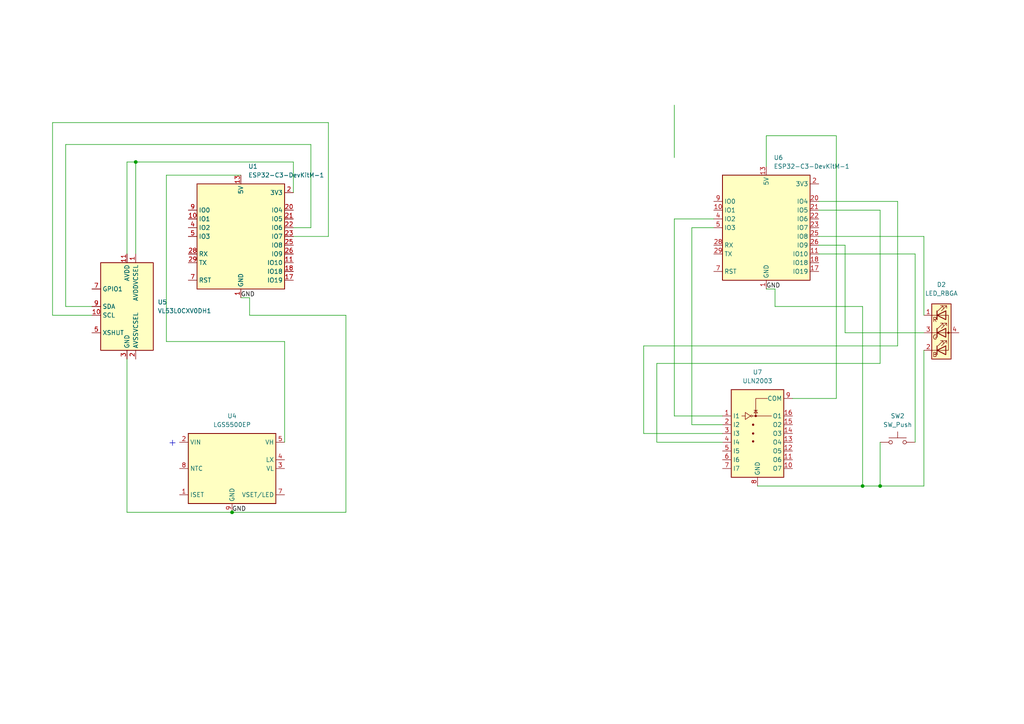
<source format=kicad_sch>
(kicad_sch (version 20250114) (generator "eeschema") (generator_version "9.0")
  (paper "A4")
  (lib_symbols
    (symbol "Battery_Management:LGS5500EP"
      (property "Reference" "U" (at -11.684 11.176 0))
      (property "Value" "LGS5500EP" (at 8.382 11.176 0))
      (symbol "LGS5500EP_1_1"
        (rectangle (start -12.7 10.16) (end 12.7 -10.16) (stroke (width 0.254)) (fill (type background)))
        (pin power_in line (at -15.24 7.62 0) (length 2.54) (name "VIN") (number "2"))
        (pin input line (at -15.24 0 0) (length 2.54) (name "NTC") (number "8"))
        (pin passive line (at -15.24 -7.62 0) (length 2.54) (name "ISET") (number "1"))
        (pin no_connect line (at -12.7 -2.54 0) (length 2.54) (hide yes) (name "NC") (number "6"))
        (pin power_in line (at 0 -12.7 90) (length 2.54) (name "GND") (number "9"))
        (pin power_out line (at 15.24 7.62 180) (length 2.54) (name "VH") (number "5"))
        (pin input line (at 15.24 2.54 180) (length 2.54) (name "LX") (number "4"))
        (pin input line (at 15.24 0 180) (length 2.54) (name "VL") (number "3"))
        (pin output line (at 15.24 -7.62 180) (length 2.54) (name "VSET/LED") (number "7"))
      )
    )
    (symbol "Device:LED_RBGA" (pin_names (offset 0) (hide yes))
      (property "Reference" "D" (at 0 9.398 0))
      (property "Value" "LED_RBGA" (at 0 -8.89 0))
      (symbol "LED_RBGA_0_0"
        (text "R" (at -1.905 3.81 0) (effects (font (size 1.27 1.27))))
        (text "G" (at -1.905 -1.27 0) (effects (font (size 1.27 1.27))))
        (text "B" (at -1.905 -6.35 0) (effects (font (size 1.27 1.27))))
      )
      (symbol "LED_RBGA_0_1"
        (polyline (pts (xy -1.27 6.35) (xy -1.27 3.81)) (stroke (width 0.254)))
        (polyline (pts (xy -1.27 6.35) (xy -1.27 3.81) (xy -1.27 3.81)))
        (polyline (pts (xy -1.27 5.08) (xy -2.54 5.08)))
        (polyline (pts (xy -1.27 5.08) (xy 1.27 5.08)))
        (polyline (pts (xy -1.27 1.27) (xy -1.27 -1.27)) (stroke (width 0.254)))
        (polyline (pts (xy -1.27 1.27) (xy -1.27 -1.27) (xy -1.27 -1.27)))
        (polyline (pts (xy -1.27 0) (xy -2.54 0)))
        (polyline (pts (xy -1.27 -3.81) (xy -1.27 -6.35)) (stroke (width 0.254)))
        (polyline (pts (xy -1.27 -5.08) (xy -2.54 -5.08)))
        (polyline (pts (xy -1.27 -5.08) (xy 1.27 -5.08)))
        (polyline (pts (xy -1.016 6.35) (xy 0.508 7.874) (xy -0.254 7.874) (xy 0.508 7.874) (xy 0.508 7.112)))
        (polyline (pts (xy -1.016 1.27) (xy 0.508 2.794) (xy -0.254 2.794) (xy 0.508 2.794) (xy 0.508 2.032)))
        (polyline (pts (xy -1.016 -3.81) (xy 0.508 -2.286) (xy -0.254 -2.286) (xy 0.508 -2.286) (xy 0.508 -3.048)))
        (polyline (pts (xy 0 6.35) (xy 1.524 7.874) (xy 0.762 7.874) (xy 1.524 7.874) (xy 1.524 7.112)))
        (polyline (pts (xy 0 1.27) (xy 1.524 2.794) (xy 0.762 2.794) (xy 1.524 2.794) (xy 1.524 2.032)))
        (polyline (pts (xy 0 -3.81) (xy 1.524 -2.286) (xy 0.762 -2.286) (xy 1.524 -2.286) (xy 1.524 -3.048)))
        (polyline (pts (xy 1.27 6.35) (xy 1.27 3.81) (xy -1.27 5.08) (xy 1.27 6.35)) (stroke (width 0.254)))
        (rectangle (start 1.27 6.35) (end 1.27 6.35))
        (rectangle (start 1.27 3.81) (end 1.27 6.35))
        (polyline (pts (xy 1.27 1.27) (xy 1.27 -1.27) (xy -1.27 0) (xy 1.27 1.27)) (stroke (width 0.254)))
        (rectangle (start 1.27 1.27) (end 1.27 1.27))
        (polyline (pts (xy 1.27 0) (xy -1.27 0)))
        (polyline (pts (xy 1.27 0) (xy 2.54 0)))
        (rectangle (start 1.27 -1.27) (end 1.27 1.27))
        (polyline (pts (xy 1.27 -3.81) (xy 1.27 -6.35) (xy -1.27 -5.08) (xy 1.27 -3.81)) (stroke (width 0.254)))
        (polyline (pts (xy 1.27 -5.08) (xy 2.032 -5.08) (xy 2.032 5.08) (xy 1.27 5.08)))
        (circle (center 2.032 0) (radius 0.254) (fill (type outline)))
        (rectangle (start 2.794 8.382) (end -2.794 -7.62) (stroke (width 0.254)) (fill (type background)))
      )
      (symbol "LED_RBGA_1_1"
        (pin passive line (at -5.08 5.08 0) (length 2.54) (name "RK") (number "1"))
        (pin passive line (at -5.08 0 0) (length 2.54) (name "GK") (number "3"))
        (pin passive line (at -5.08 -5.08 0) (length 2.54) (name "BK") (number "2"))
        (pin passive line (at 5.08 0 180) (length 2.54) (name "A") (number "4"))
      )
    )
    (symbol "RF_Module:ESP32-C3-DevKitM-1"
      (property "Reference" "U" (at 7.62 16.51 0))
      (property "Value" "ESP32-C3-DevKitM-1" (at 11.684 -16.764 0))
      (symbol "ESP32-C3-DevKitM-1_1_1"
        (rectangle (start -12.7 15.24) (end 12.7 -15.24) (stroke (width 0.254)) (fill (type background)))
        (pin bidirectional line (at -15.24 7.62 0) (length 2.54) (name "IO0") (number "9"))
        (pin bidirectional line (at -15.24 5.08 0) (length 2.54) (name "IO1") (number "10"))
        (pin bidirectional line (at -15.24 2.54 0) (length 2.54) (name "IO2") (number "4"))
        (pin bidirectional line (at -15.24 0 0) (length 2.54) (name "IO3") (number "5"))
        (pin input line (at -15.24 -5.08 0) (length 2.54) (name "RX") (number "28"))
        (pin output line (at -15.24 -7.62 0) (length 2.54) (name "TX") (number "29"))
        (pin input line (at -15.24 -12.7 0) (length 2.54) (name "RST") (number "7"))
        (pin passive line (at 0 17.78 270) (length 2.54) (name "5V") (number "13"))
        (pin passive line (at 0 17.78 270) (length 2.54) (hide yes) (name "5V") (number "14"))
        (pin power_in line (at 0 -17.78 90) (length 2.54) (name "GND") (number "1"))
        (pin passive line (at 0 -17.78 90) (length 2.54) (hide yes) (name "GND") (number "12"))
        (pin passive line (at 0 -17.78 90) (length 2.54) (hide yes) (name "GND") (number "15"))
        (pin passive line (at 0 -17.78 90) (length 2.54) (hide yes) (name "GND") (number "16"))
        (pin passive line (at 0 -17.78 90) (length 2.54) (hide yes) (name "GND") (number "19"))
        (pin passive line (at 0 -17.78 90) (length 2.54) (hide yes) (name "GND") (number "24"))
        (pin passive line (at 0 -17.78 90) (length 2.54) (hide yes) (name "GND") (number "27"))
        (pin passive line (at 0 -17.78 90) (length 2.54) (hide yes) (name "GND") (number "30"))
        (pin passive line (at 0 -17.78 90) (length 2.54) (hide yes) (name "GND") (number "6"))
        (pin passive line (at 0 -17.78 90) (length 2.54) (hide yes) (name "GND") (number "8"))
        (pin power_out line (at 15.24 12.7 180) (length 2.54) (name "3V3") (number "2"))
        (pin passive line (at 15.24 12.7 180) (length 2.54) (hide yes) (name "3V3") (number "3"))
        (pin bidirectional line (at 15.24 7.62 180) (length 2.54) (name "IO4") (number "20"))
        (pin bidirectional line (at 15.24 5.08 180) (length 2.54) (name "IO5") (number "21"))
        (pin bidirectional line (at 15.24 2.54 180) (length 2.54) (name "IO6") (number "22"))
        (pin bidirectional line (at 15.24 0 180) (length 2.54) (name "IO7") (number "23"))
        (pin bidirectional line (at 15.24 -2.54 180) (length 2.54) (name "IO8") (number "25"))
        (pin bidirectional line (at 15.24 -5.08 180) (length 2.54) (name "IO9") (number "26"))
        (pin bidirectional line (at 15.24 -7.62 180) (length 2.54) (name "IO10") (number "11"))
        (pin bidirectional line (at 15.24 -10.16 180) (length 2.54) (name "IO18") (number "18"))
        (pin bidirectional line (at 15.24 -12.7 180) (length 2.54) (name "IO19") (number "17"))
      )
    )
    (symbol "Sensor_Distance:VL53L0CXV0DH1"
      (property "Reference" "U" (at -6.35 13.97 0))
      (property "Value" "VL53L0CXV0DH1" (at 12.065 13.97 0))
      (symbol "VL53L0CXV0DH1_0_1"
        (rectangle (start -7.62 12.7) (end 7.62 -12.7) (stroke (width 0.254)) (fill (type background)))
      )
      (symbol "VL53L0CXV0DH1_1_1"
        (pin open_collector line (at -10.16 5.08 0) (length 2.54) (name "GPIO1") (number "7"))
        (pin bidirectional line (at -10.16 0 0) (length 2.54) (name "SDA") (number "9"))
        (pin input line (at -10.16 -2.54 0) (length 2.54) (name "SCL") (number "10"))
        (pin input line (at -10.16 -7.62 0) (length 2.54) (name "XSHUT") (number "5"))
        (pin no_connect line (at -7.62 7.62 0) (length 2.54) (hide yes) (name "DNC") (number "8"))
        (pin power_in line (at 0 15.24 270) (length 2.54) (name "AVDD") (number "11"))
        (pin passive line (at 0 -15.24 90) (length 2.54) (hide yes) (name "GND") (number "12"))
        (pin power_in line (at 0 -15.24 90) (length 2.54) (name "GND") (number "3"))
        (pin passive line (at 0 -15.24 90) (length 2.54) (hide yes) (name "GND") (number "4"))
        (pin passive line (at 0 -15.24 90) (length 2.54) (hide yes) (name "GND") (number "6"))
        (pin power_in line (at 2.54 15.24 270) (length 2.54) (name "AVDDVCSEL") (number "1"))
        (pin power_in line (at 2.54 -15.24 90) (length 2.54) (name "AVSSVCSEL") (number "2"))
      )
    )
    (symbol "Switch:SW_Push" (pin_numbers (hide yes)) (pin_names (offset 1.016) (hide yes))
      (property "Reference" "SW" (at 1.27 2.54 0))
      (property "Value" "SW_Push" (at 0 -1.524 0))
      (symbol "SW_Push_0_1"
        (circle (center -2.032 0) (radius 0.508))
        (polyline (pts (xy 0 1.27) (xy 0 3.048)))
        (circle (center 2.032 0) (radius 0.508))
        (polyline (pts (xy 2.54 1.27) (xy -2.54 1.27)))
        (pin passive line (at -5.08 0 0) (length 2.54) (name "1") (number "1"))
        (pin passive line (at 5.08 0 180) (length 2.54) (name "2") (number "2"))
      )
    )
    (symbol "Transistor_Array:ULN2003"
      (property "Reference" "U" (at 0 15.875 0))
      (property "Value" "ULN2003" (at 0 13.97 0))
      (symbol "ULN2003_0_1"
        (rectangle (start -7.62 -12.7) (end 7.62 12.7) (stroke (width 0.254)) (fill (type background)))
        (polyline (pts (xy -4.572 5.08) (xy -3.556 5.08)))
        (polyline (pts (xy -3.556 6.096) (xy -3.556 4.064) (xy -2.032 5.08) (xy -3.556 6.096)))
        (circle (center -1.778 5.08) (radius 0.254))
        (polyline (pts (xy -1.524 5.08) (xy 4.064 5.08)))
        (circle (center -1.27 2.54) (radius 0.254) (fill (type outline)))
        (circle (center -1.27 0) (radius 0.254) (fill (type outline)))
        (circle (center -1.27 -2.286) (radius 0.254) (fill (type outline)))
        (circle (center -0.508 5.08) (radius 0.254) (fill (type outline)))
        (polyline (pts (xy -0.508 5.08) (xy -0.508 10.16) (xy 2.921 10.16)))
        (polyline (pts (xy 0 6.731) (xy -1.016 6.731)))
        (polyline (pts (xy 0 5.969) (xy -1.016 5.969) (xy -0.508 6.731) (xy 0 5.969)))
      )
      (symbol "ULN2003_1_1"
        (pin input line (at -10.16 5.08 0) (length 2.54) (name "I1") (number "1"))
        (pin input line (at -10.16 2.54 0) (length 2.54) (name "I2") (number "2"))
        (pin input line (at -10.16 0 0) (length 2.54) (name "I3") (number "3"))
        (pin input line (at -10.16 -2.54 0) (length 2.54) (name "I4") (number "4"))
        (pin input line (at -10.16 -5.08 0) (length 2.54) (name "I5") (number "5"))
        (pin input line (at -10.16 -7.62 0) (length 2.54) (name "I6") (number "6"))
        (pin input line (at -10.16 -10.16 0) (length 2.54) (name "I7") (number "7"))
        (pin power_in line (at 0 -15.24 90) (length 2.54) (name "GND") (number "8"))
        (pin passive line (at 10.16 10.16 180) (length 2.54) (name "COM") (number "9"))
        (pin open_collector line (at 10.16 5.08 180) (length 2.54) (name "O1") (number "16"))
        (pin open_collector line (at 10.16 2.54 180) (length 2.54) (name "O2") (number "15"))
        (pin open_collector line (at 10.16 0 180) (length 2.54) (name "O3") (number "14"))
        (pin open_collector line (at 10.16 -2.54 180) (length 2.54) (name "O4") (number "13"))
        (pin open_collector line (at 10.16 -5.08 180) (length 2.54) (name "O5") (number "12"))
        (pin open_collector line (at 10.16 -7.62 180) (length 2.54) (name "O6") (number "11"))
        (pin open_collector line (at 10.16 -10.16 180) (length 2.54) (name "O7") (number "10"))
      )
    )
  )
  (text "+" (at 50.038 128.524 0) (effects (font (size 2.032 2.032))))
  (junction (at 39.37 46.99))
  (junction (at 250.19 140.97))
  (junction (at 255.27 140.97))
  (junction (at 67.31 148.59))
  (wire (pts (xy 209.55 120.65) (xy 195.58 120.65)))
  (wire (pts (xy 36.83 46.99) (xy 39.37 46.99)))
  (wire (pts (xy 255.27 140.97) (xy 250.19 140.97)))
  (wire (pts (xy 195.58 45.72) (xy 195.58 30.48)))
  (wire (pts (xy 39.37 46.99) (xy 85.09 46.99)))
  (wire (pts (xy 19.05 41.91) (xy 19.05 88.9)))
  (wire (pts (xy 90.17 66.04) (xy 90.17 41.91)))
  (wire (pts (xy 265.43 73.66) (xy 237.49 73.66)))
  (wire (pts (xy 255.27 128.27) (xy 255.27 140.97)))
  (wire (pts (xy 260.35 100.33) (xy 260.35 58.42)))
  (wire (pts (xy 90.17 41.91) (xy 19.05 41.91)))
  (wire (pts (xy 190.5 105.41) (xy 255.27 105.41)))
  (wire (pts (xy 186.69 125.73) (xy 186.69 100.33)))
  (wire (pts (xy 72.39 91.44) (xy 100.33 91.44)))
  (wire (pts (xy 48.26 99.06) (xy 48.26 50.8)))
  (wire (pts (xy 267.97 101.6) (xy 267.97 140.97)))
  (wire (pts (xy 190.5 128.27) (xy 190.5 105.41)))
  (wire (pts (xy 36.83 73.66) (xy 36.83 46.99)))
  (wire (pts (xy 245.11 71.12) (xy 237.49 71.12)))
  (wire (pts (xy 250.19 140.97) (xy 250.19 88.9)))
  (wire (pts (xy 15.24 35.56) (xy 95.25 35.56)))
  (wire (pts (xy 267.97 140.97) (xy 255.27 140.97)))
  (wire (pts (xy 224.79 88.9) (xy 250.19 88.9)))
  (wire (pts (xy 19.05 88.9) (xy 26.67 88.9)))
  (wire (pts (xy 209.55 123.19) (xy 200.66 123.19)))
  (wire (pts (xy 267.97 68.58) (xy 237.49 68.58)))
  (wire (pts (xy 26.67 91.44) (xy 15.24 91.44)))
  (wire (pts (xy 265.43 128.27) (xy 265.43 73.66)))
  (wire (pts (xy 195.58 63.5) (xy 207.01 63.5)))
  (wire (pts (xy 195.58 63.5) (xy 195.58 120.65)))
  (wire (pts (xy 224.79 88.9) (xy 224.79 83.82)))
  (wire (pts (xy 209.55 125.73) (xy 186.69 125.73)))
  (wire (pts (xy 222.25 39.37) (xy 222.25 48.26)))
  (wire (pts (xy 224.79 83.82) (xy 222.25 83.82)))
  (wire (pts (xy 245.11 96.52) (xy 245.11 71.12)))
  (wire (pts (xy 48.26 50.8) (xy 69.85 50.8)))
  (wire (pts (xy 72.39 91.44) (xy 72.39 86.36)))
  (wire (pts (xy 85.09 66.04) (xy 90.17 66.04)))
  (wire (pts (xy 82.55 128.27) (xy 82.55 99.06)))
  (wire (pts (xy 36.83 148.59) (xy 67.31 148.59)))
  (wire (pts (xy 95.25 35.56) (xy 95.25 68.58)))
  (wire (pts (xy 82.55 99.06) (xy 48.26 99.06)))
  (wire (pts (xy 39.37 46.99) (xy 39.37 73.66)))
  (wire (pts (xy 36.83 104.14) (xy 36.83 148.59)))
  (wire (pts (xy 100.33 148.59) (xy 67.31 148.59)))
  (wire (pts (xy 200.66 66.04) (xy 200.66 123.19)))
  (wire (pts (xy 267.97 91.44) (xy 267.97 68.58)))
  (wire (pts (xy 186.69 100.33) (xy 260.35 100.33)))
  (wire (pts (xy 242.57 39.37) (xy 222.25 39.37)))
  (wire (pts (xy 100.33 91.44) (xy 100.33 148.59)))
  (wire (pts (xy 72.39 86.36) (xy 69.85 86.36)))
  (wire (pts (xy 219.71 140.97) (xy 250.19 140.97)))
  (wire (pts (xy 242.57 115.57) (xy 242.57 39.37)))
  (wire (pts (xy 229.87 115.57) (xy 242.57 115.57)))
  (wire (pts (xy 200.66 66.04) (xy 207.01 66.04)))
  (wire (pts (xy 255.27 60.96) (xy 237.49 60.96)))
  (wire (pts (xy 255.27 105.41) (xy 255.27 60.96)))
  (wire (pts (xy 85.09 46.99) (xy 85.09 55.88)))
  (wire (pts (xy 267.97 96.52) (xy 245.11 96.52)))
  (wire (pts (xy 209.55 128.27) (xy 190.5 128.27)))
  (wire (pts (xy 95.25 68.58) (xy 85.09 68.58)))
  (wire (pts (xy 15.24 91.44) (xy 15.24 35.56)))
  (wire (pts (xy 237.49 58.42) (xy 260.35 58.42)))
  (label "GND" (at 222.25 83.82 0))
  (label "GND" (at 69.85 86.36 0))
  (label "GND" (at 67.31 148.59 0))
  (symbol (lib_id "RF_Module:ESP32-C3-DevKitM-1") (at 222.25 66.04 0) (unit 1)
    (property "Reference" "U6" (at 224.3933 45.72 0) (effects (justify left)))
    (property "Value" "ESP32-C3-DevKitM-1" (at 224.3933 48.26 0) (effects (justify left)))
    (property "Footprint" "RF_Module:ESP32-C3-DevKitM-1" (effects (hide yes)))
    (property "Datasheet" "https://docs.espressif.com/projects/esp-idf/en/latest/esp32c3/hw-reference/esp32c3/user-guide-devkitm-1.html" (effects (hide yes)))
    (property "Description" "Development board featuring ESP32-C3-MINI-1 module" (effects (hide yes)))
  )
  (symbol (lib_id "Switch:SW_Push") (at 260.35 128.27 0) (unit 1)
    (property "Reference" "SW2" (at 260.35 120.65 0))
    (property "Value" "SW_Push" (at 260.35 123.19 0))
    (property "Description" "Push button switch, generic, two pins" (effects (hide yes)))
  )
  (symbol (lib_id "Sensor_Distance:VL53L0CXV0DH1") (at 36.83 88.9 0) (unit 1)
    (property "Reference" "U5" (at 45.72 87.6299 0) (effects (justify left)))
    (property "Value" "VL53L0CXV0DH1" (at 45.72 90.1699 0) (effects (justify left)))
    (property "Footprint" "Sensor_Distance:ST_VL53L1x" (effects (hide yes)))
    (property "Datasheet" "https://www.st.com/resource/en/datasheet/vl53l0x.pdf" (effects (hide yes)))
    (property "Description" "2m distance ranging ToF sensor, Optical LGA12" (effects (hide yes)))
  )
  (symbol (lib_id "Device:LED_RBGA") (at 273.05 96.52 0) (unit 1)
    (property "Reference" "D2" (at 273.05 82.55 0))
    (property "Value" "LED_RBGA" (at 273.05 85.09 0))
    (property "Description" "RGB LED, red/blue/green/anode" (effects (hide yes)))
  )
  (symbol (lib_id "RF_Module:ESP32-C3-DevKitM-1") (at 69.85 68.58 0) (unit 1)
    (property "Reference" "U1" (at 71.9933 48.26 0) (effects (justify left)))
    (property "Value" "ESP32-C3-DevKitM-1" (at 71.9933 50.8 0) (effects (justify left)))
    (property "Footprint" "RF_Module:ESP32-C3-DevKitM-1" (effects (hide yes)))
    (property "Datasheet" "https://docs.espressif.com/projects/esp-idf/en/latest/esp32c3/hw-reference/esp32c3/user-guide-devkitm-1.html" (effects (hide yes)))
    (property "Description" "Development board featuring ESP32-C3-MINI-1 module" (effects (hide yes)))
  )
  (symbol (lib_id "Battery_Management:LGS5500EP") (at 67.31 135.89 0) (unit 1)
    (property "Reference" "U4" (at 67.31 120.65 0))
    (property "Value" "LGS5500EP" (at 67.31 123.19 0))
    (property "Footprint" "Package_SO:SOIC-8-1EP_3.9x4.9mm_P1.27mm_EP2.41x3.3mm" (effects (hide yes)))
    (property "Datasheet" "https://www.lcsc.com/datasheet/lcsc_datasheet_2304071430_Legend-Si-LGS5500EP_C5280699.pdf" (effects (hide yes)))
    (property "Description" "LiPo charger and 5V boost converter, 4.5-5.5V input, 4.2-4.4V battery, 400-1000mA charge current, 800mA boost output, SOIC-8-1EP" (effects (hide yes)))
  )
  (symbol (lib_id "Transistor_Array:ULN2003") (at 219.71 125.73 0) (unit 1)
    (property "Reference" "U7" (at 219.71 107.95 0))
    (property "Value" "ULN2003" (at 219.71 110.49 0))
    (property "Datasheet" "http://www.ti.com/lit/ds/symlink/uln2003a.pdf" (effects (hide yes)))
    (property "Description" "High Voltage, High Current Darlington Transistor Arrays, SOIC16/SOIC16W/DIP16/TSSOP16" (effects (hide yes)))
  )
)
</source>
